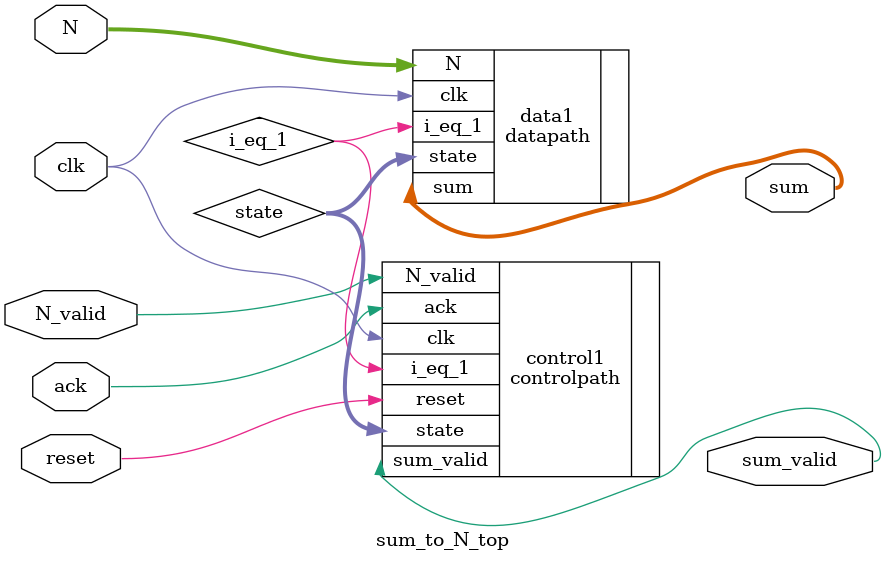
<source format=v>
module sum_to_N_top(input clk,N_valid,reset,ack,input [2:0] N,output sum_valid,output [4:0] sum);
  //Net Declarations
  wire i_eq_1;
  wire [1:0] state;
  //Data path and Control path Instantiations
  
  datapath data1(.N(N),.state(state),.clk(clk),.sum(sum),.i_eq_1(i_eq_1));
  controlpath control1(.N_valid(N_valid), .reset(reset), .ack(ack), .clk(clk), .i_eq_1(i_eq_1), .state(state), .sum_valid(sum_valid));

endmodule
</source>
